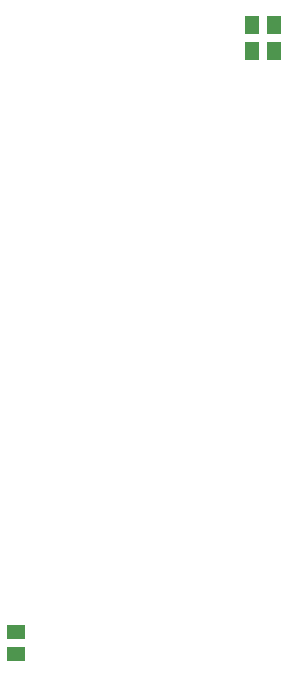
<source format=gbr>
G04 EAGLE Gerber RS-274X export*
G75*
%MOMM*%
%FSLAX34Y34*%
%LPD*%
%INSolderpaste Top*%
%IPPOS*%
%AMOC8*
5,1,8,0,0,1.08239X$1,22.5*%
G01*
%ADD10R,1.300000X1.500000*%
%ADD11R,1.500000X1.300000*%


D10*
X288570Y731780D03*
X269570Y731780D03*
X269900Y709670D03*
X288900Y709670D03*
D11*
X69850Y217780D03*
X69850Y198780D03*
M02*

</source>
